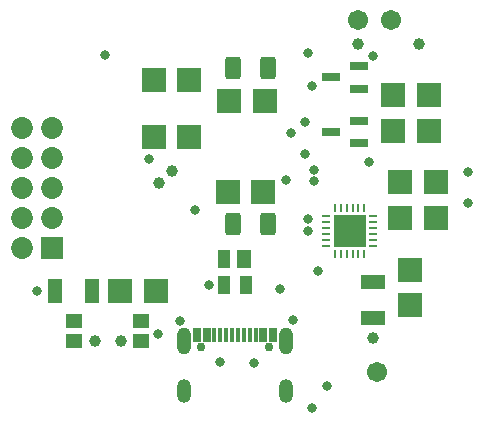
<source format=gts>
G04*
G04 #@! TF.GenerationSoftware,Altium Limited,Altium Designer,23.4.1 (23)*
G04*
G04 Layer_Color=8388736*
%FSLAX44Y44*%
%MOMM*%
G71*
G04*
G04 #@! TF.SameCoordinates,89D196A3-88CA-4BC0-B6F8-5B7F0D742441*
G04*
G04*
G04 #@! TF.FilePolarity,Negative*
G04*
G01*
G75*
%ADD28R,0.7000X0.2500*%
%ADD29R,0.2500X0.7000*%
%ADD35R,2.0032X2.0432*%
%ADD36R,0.7000X1.2500*%
%ADD37R,0.4000X1.2500*%
%ADD38R,1.4032X1.2032*%
G04:AMPARAMS|DCode=39|XSize=1.3032mm|YSize=1.9332mm|CornerRadius=0.2116mm|HoleSize=0mm|Usage=FLASHONLY|Rotation=180.000|XOffset=0mm|YOffset=0mm|HoleType=Round|Shape=RoundedRectangle|*
%AMROUNDEDRECTD39*
21,1,1.3032,1.5100,0,0,180.0*
21,1,0.8800,1.9332,0,0,180.0*
1,1,0.4232,-0.4400,0.7550*
1,1,0.4232,0.4400,0.7550*
1,1,0.4232,0.4400,-0.7550*
1,1,0.4232,-0.4400,-0.7550*
%
%ADD39ROUNDEDRECTD39*%
%ADD40R,2.0032X1.2032*%
%ADD41R,2.7500X2.7500*%
%ADD42R,1.5532X0.8032*%
%ADD43R,2.0432X2.0032*%
%ADD44R,1.3032X1.6032*%
%ADD45R,1.1032X1.6032*%
%ADD46R,1.2032X2.0032*%
%ADD47C,1.7032*%
%ADD48O,1.2032X2.0032*%
%ADD49C,0.7500*%
%ADD50O,1.2032X2.3032*%
%ADD51C,1.8532*%
%ADD52R,1.8532X1.8532*%
%ADD53C,0.8032*%
%ADD54C,1.0032*%
D28*
X295250Y162500D02*
D03*
Y167500D02*
D03*
Y172500D02*
D03*
Y177500D02*
D03*
Y182500D02*
D03*
Y187500D02*
D03*
X334750D02*
D03*
Y182500D02*
D03*
Y177500D02*
D03*
Y172500D02*
D03*
Y167500D02*
D03*
Y162500D02*
D03*
D29*
X302500Y194750D02*
D03*
X307500D02*
D03*
X312500D02*
D03*
X317500D02*
D03*
X322500D02*
D03*
X327500D02*
D03*
Y155250D02*
D03*
X322500D02*
D03*
X317500D02*
D03*
X312500D02*
D03*
X307500D02*
D03*
X302500D02*
D03*
D35*
X149000Y303000D02*
D03*
X179000D02*
D03*
X149000Y254535D02*
D03*
X179000D02*
D03*
X241694Y207767D02*
D03*
X211694D02*
D03*
X243000Y285000D02*
D03*
X213000D02*
D03*
X358000Y216674D02*
D03*
X388000D02*
D03*
X358000Y186000D02*
D03*
X388000D02*
D03*
X120721Y124002D02*
D03*
X150721D02*
D03*
D36*
X250000Y87275D02*
D03*
X242000D02*
D03*
X186000D02*
D03*
X194000D02*
D03*
D37*
X235500D02*
D03*
X230500D02*
D03*
X200500D02*
D03*
X205500D02*
D03*
X210500D02*
D03*
X225500D02*
D03*
X220500D02*
D03*
X215500D02*
D03*
D38*
X82000Y82000D02*
D03*
Y99000D02*
D03*
X138000Y82000D02*
D03*
Y99000D02*
D03*
D39*
X246100Y181000D02*
D03*
X215900D02*
D03*
X246100Y313000D02*
D03*
X215900D02*
D03*
D40*
X335000Y132000D02*
D03*
Y101000D02*
D03*
D41*
X315000Y175000D02*
D03*
D42*
X299000Y305000D02*
D03*
X323000Y314500D02*
D03*
Y295500D02*
D03*
X299000Y259000D02*
D03*
X323000Y268500D02*
D03*
Y249500D02*
D03*
D43*
X366000Y142000D02*
D03*
Y112000D02*
D03*
X382000Y260000D02*
D03*
Y290000D02*
D03*
X352000D02*
D03*
Y260000D02*
D03*
D44*
X225500Y151000D02*
D03*
D45*
X208500D02*
D03*
Y129000D02*
D03*
X227500D02*
D03*
D46*
X96500Y124000D02*
D03*
X65500D02*
D03*
D47*
X350000Y354000D02*
D03*
X322000D02*
D03*
X338000Y56000D02*
D03*
D48*
X261200Y39725D02*
D03*
X174800D02*
D03*
D49*
X246900Y76525D02*
D03*
X189100D02*
D03*
D50*
X174800Y81525D02*
D03*
X261200D02*
D03*
D51*
X38000Y186000D02*
D03*
X63400D02*
D03*
X38000Y160600D02*
D03*
X63400Y211400D02*
D03*
X38000D02*
D03*
X63400Y236800D02*
D03*
Y262200D02*
D03*
X38000Y236800D02*
D03*
Y262200D02*
D03*
D52*
X63400Y160600D02*
D03*
D53*
X153000Y88000D02*
D03*
X265000Y258000D02*
D03*
X261000Y218000D02*
D03*
X184000Y193000D02*
D03*
X335000Y323000D02*
D03*
X145000Y236000D02*
D03*
X146000Y254000D02*
D03*
X283000Y25000D02*
D03*
X296000Y44000D02*
D03*
X50000Y124000D02*
D03*
X280000Y326000D02*
D03*
X331000Y233000D02*
D03*
X256000Y126000D02*
D03*
X288000Y141000D02*
D03*
X196000Y129000D02*
D03*
X267000Y100000D02*
D03*
X171000Y99000D02*
D03*
X415000Y199000D02*
D03*
Y225000D02*
D03*
X108000Y324000D02*
D03*
X149000Y303000D02*
D03*
X234020Y63000D02*
D03*
X205000Y64000D02*
D03*
X283000Y298000D02*
D03*
X285000Y217000D02*
D03*
Y227000D02*
D03*
X277000Y267000D02*
D03*
Y240000D02*
D03*
X280000Y185000D02*
D03*
Y175000D02*
D03*
D54*
X335000Y84000D02*
D03*
X374000Y333000D02*
D03*
X322000D02*
D03*
X323000Y182000D02*
D03*
X164270Y226000D02*
D03*
X154000Y216000D02*
D03*
X121000Y82000D02*
D03*
X99000D02*
D03*
M02*

</source>
